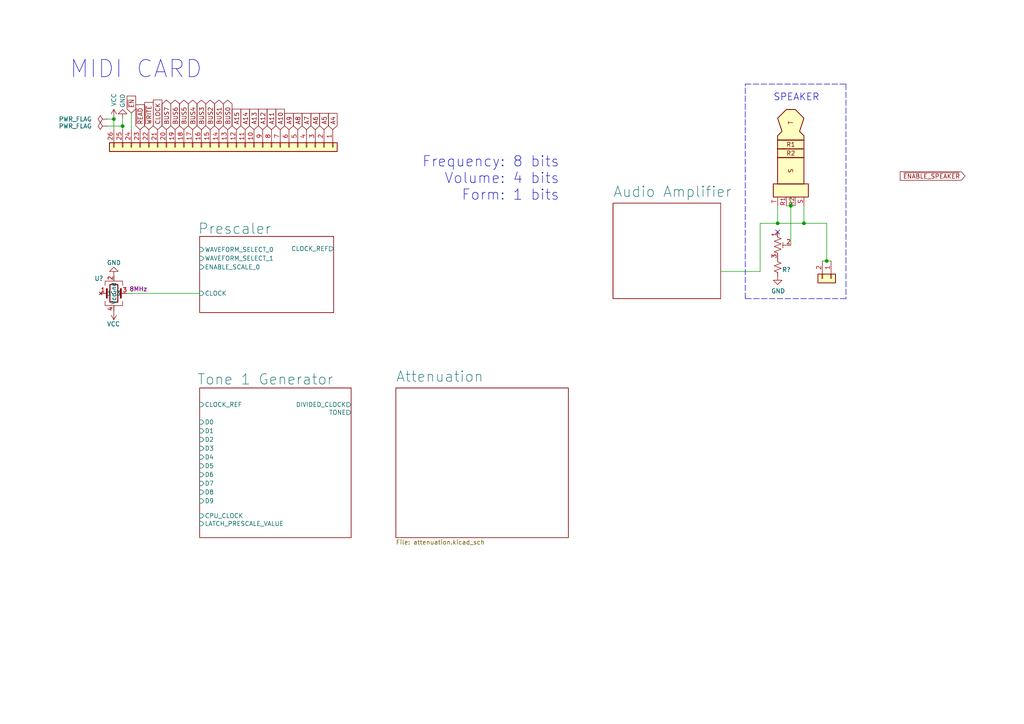
<source format=kicad_sch>
(kicad_sch (version 20211123) (generator eeschema)
  (paper "A4")
  (lib_symbols
    (symbol "Connector:AudioPlug4"
      (property "Reference" "J" (at 10.16 5.08 0))
      (property "Value" "AudioPlug4" (at 11.43 -7.62 0))
      (symbol "AudioPlug4_0_0"
        (text "R1" (at -2.54 -1.27 900) (effects (font (size 1.27 1.27))))
        (text "R2" (at 0 -1.27 900) (effects (font (size 1.27 1.27))))
        (text "S" (at 5.08 -1.27 0) (effects (font (size 1.27 1.27))))
        (text "T" (at -8.89 -1.27 0) (effects (font (size 1.27 1.27))))
      )
      (symbol "AudioPlug4_0_1"
        (rectangle (start -1.27 2.54) (end -3.81 -5.08) (stroke (width 0.254)) (fill (type background)))
        (polyline (pts (xy -3.81 2.54) (xy -5.08 2.54) (xy -6.35 1.27) (xy -10.16 2.54) (xy -12.7 0) (xy -12.7 -2.54) (xy -10.16 -5.08) (xy -6.35 -3.81) (xy -5.08 -5.08) (xy -3.81 -5.08) (xy -3.81 2.54)) (stroke (width 0.254)) (fill (type background)))
        (rectangle (start 1.27 2.54) (end -1.27 -5.08) (stroke (width 0.254)) (fill (type background)))
        (rectangle (start 1.27 2.54) (end 8.89 -5.08) (stroke (width 0.254)) (fill (type background)))
        (rectangle (start 12.7 3.81) (end 8.89 -6.35) (stroke (width 0.254)) (fill (type background)))
      )
      (symbol "AudioPlug4_1_1"
        (pin passive line (at 15.24 -2.54 180) (length 2.54) (name "~") (number "R1"))
        (pin passive line (at 15.24 0 180) (length 2.54) (name "~") (number "R2"))
        (pin passive line (at 15.24 2.54 180) (length 2.54) (name "~") (number "S"))
        (pin passive line (at 15.24 -5.08 180) (length 2.54) (name "~") (number "T"))
      )
    )
    (symbol "Connector_Generic:Conn_01x02" (pin_names (offset 1.016) hide)
      (property "Reference" "J" (at 0 2.54 0))
      (property "Value" "Conn_01x02" (at 0 -5.08 0))
      (symbol "Conn_01x02_1_1"
        (rectangle (start -1.27 -2.413) (end 0 -2.667) (stroke (width 0.1524)))
        (rectangle (start -1.27 0.127) (end 0 -0.127) (stroke (width 0.1524)))
        (rectangle (start -1.27 1.27) (end 1.27 -3.81) (stroke (width 0.254)) (fill (type background)))
        (pin passive line (at -5.08 0 0) (length 3.81) (name "Pin_1") (number "1"))
        (pin passive line (at -5.08 -2.54 0) (length 3.81) (name "Pin_2") (number "2"))
      )
    )
    (symbol "Connector_Generic:Conn_01x26" (pin_names (offset 1.016) hide)
      (property "Reference" "J" (at 0 33.02 0))
      (property "Value" "Conn_01x26" (at 0 -35.56 0))
      (symbol "Conn_01x26_1_1"
        (rectangle (start -1.27 -32.893) (end 0 -33.147) (stroke (width 0.1524)))
        (rectangle (start -1.27 -30.353) (end 0 -30.607) (stroke (width 0.1524)))
        (rectangle (start -1.27 -27.813) (end 0 -28.067) (stroke (width 0.1524)))
        (rectangle (start -1.27 -25.273) (end 0 -25.527) (stroke (width 0.1524)))
        (rectangle (start -1.27 -22.733) (end 0 -22.987) (stroke (width 0.1524)))
        (rectangle (start -1.27 -20.193) (end 0 -20.447) (stroke (width 0.1524)))
        (rectangle (start -1.27 -17.653) (end 0 -17.907) (stroke (width 0.1524)))
        (rectangle (start -1.27 -15.113) (end 0 -15.367) (stroke (width 0.1524)))
        (rectangle (start -1.27 -12.573) (end 0 -12.827) (stroke (width 0.1524)))
        (rectangle (start -1.27 -10.033) (end 0 -10.287) (stroke (width 0.1524)))
        (rectangle (start -1.27 -7.493) (end 0 -7.747) (stroke (width 0.1524)))
        (rectangle (start -1.27 -4.953) (end 0 -5.207) (stroke (width 0.1524)))
        (rectangle (start -1.27 -2.413) (end 0 -2.667) (stroke (width 0.1524)))
        (rectangle (start -1.27 0.127) (end 0 -0.127) (stroke (width 0.1524)))
        (rectangle (start -1.27 2.667) (end 0 2.413) (stroke (width 0.1524)))
        (rectangle (start -1.27 5.207) (end 0 4.953) (stroke (width 0.1524)))
        (rectangle (start -1.27 7.747) (end 0 7.493) (stroke (width 0.1524)))
        (rectangle (start -1.27 10.287) (end 0 10.033) (stroke (width 0.1524)))
        (rectangle (start -1.27 12.827) (end 0 12.573) (stroke (width 0.1524)))
        (rectangle (start -1.27 15.367) (end 0 15.113) (stroke (width 0.1524)))
        (rectangle (start -1.27 17.907) (end 0 17.653) (stroke (width 0.1524)))
        (rectangle (start -1.27 20.447) (end 0 20.193) (stroke (width 0.1524)))
        (rectangle (start -1.27 22.987) (end 0 22.733) (stroke (width 0.1524)))
        (rectangle (start -1.27 25.527) (end 0 25.273) (stroke (width 0.1524)))
        (rectangle (start -1.27 28.067) (end 0 27.813) (stroke (width 0.1524)))
        (rectangle (start -1.27 30.607) (end 0 30.353) (stroke (width 0.1524)))
        (rectangle (start -1.27 31.75) (end 1.27 -34.29) (stroke (width 0.254)) (fill (type background)))
        (pin passive line (at -5.08 30.48 0) (length 3.81) (name "Pin_1") (number "1"))
        (pin passive line (at -5.08 7.62 0) (length 3.81) (name "Pin_10") (number "10"))
        (pin passive line (at -5.08 5.08 0) (length 3.81) (name "Pin_11") (number "11"))
        (pin passive line (at -5.08 2.54 0) (length 3.81) (name "Pin_12") (number "12"))
        (pin passive line (at -5.08 0 0) (length 3.81) (name "Pin_13") (number "13"))
        (pin passive line (at -5.08 -2.54 0) (length 3.81) (name "Pin_14") (number "14"))
        (pin passive line (at -5.08 -5.08 0) (length 3.81) (name "Pin_15") (number "15"))
        (pin passive line (at -5.08 -7.62 0) (length 3.81) (name "Pin_16") (number "16"))
        (pin passive line (at -5.08 -10.16 0) (length 3.81) (name "Pin_17") (number "17"))
        (pin passive line (at -5.08 -12.7 0) (length 3.81) (name "Pin_18") (number "18"))
        (pin passive line (at -5.08 -15.24 0) (length 3.81) (name "Pin_19") (number "19"))
        (pin passive line (at -5.08 27.94 0) (length 3.81) (name "Pin_2") (number "2"))
        (pin passive line (at -5.08 -17.78 0) (length 3.81) (name "Pin_20") (number "20"))
        (pin passive line (at -5.08 -20.32 0) (length 3.81) (name "Pin_21") (number "21"))
        (pin passive line (at -5.08 -22.86 0) (length 3.81) (name "Pin_22") (number "22"))
        (pin passive line (at -5.08 -25.4 0) (length 3.81) (name "Pin_23") (number "23"))
        (pin passive line (at -5.08 -27.94 0) (length 3.81) (name "Pin_24") (number "24"))
        (pin passive line (at -5.08 -30.48 0) (length 3.81) (name "Pin_25") (number "25"))
        (pin passive line (at -5.08 -33.02 0) (length 3.81) (name "Pin_26") (number "26"))
        (pin passive line (at -5.08 25.4 0) (length 3.81) (name "Pin_3") (number "3"))
        (pin passive line (at -5.08 22.86 0) (length 3.81) (name "Pin_4") (number "4"))
        (pin passive line (at -5.08 20.32 0) (length 3.81) (name "Pin_5") (number "5"))
        (pin passive line (at -5.08 17.78 0) (length 3.81) (name "Pin_6") (number "6"))
        (pin passive line (at -5.08 15.24 0) (length 3.81) (name "Pin_7") (number "7"))
        (pin passive line (at -5.08 12.7 0) (length 3.81) (name "Pin_8") (number "8"))
        (pin passive line (at -5.08 10.16 0) (length 3.81) (name "Pin_9") (number "9"))
      )
    )
    (symbol "Device:R_POT_TRIM_US" (pin_names (offset 1.016) hide)
      (property "Reference" "RV" (at -4.445 0 90))
      (property "Value" "Device_R_POT_TRIM_US" (at -2.54 0 90))
      (symbol "R_POT_TRIM_US_0_1"
        (polyline (pts (xy 0 -2.286) (xy 0 -2.54)))
        (polyline (pts (xy 0 2.286) (xy 0 2.54)))
        (polyline (pts (xy 1.524 0.762) (xy 1.524 -0.762)))
        (polyline (pts (xy 2.54 0) (xy 1.524 0)))
        (polyline (pts (xy 0 -0.762) (xy 1.016 -1.143) (xy 0 -1.524) (xy -1.016 -1.905) (xy 0 -2.286)))
        (polyline (pts (xy 0 0.762) (xy 1.016 0.381) (xy 0 0) (xy -1.016 -0.381) (xy 0 -0.762)))
        (polyline (pts (xy 0 2.286) (xy 1.016 1.905) (xy 0 1.524) (xy -1.016 1.143) (xy 0 0.762)))
      )
      (symbol "R_POT_TRIM_US_1_1"
        (pin passive line (at 0 3.81 270) (length 1.27) (name "1") (number "1"))
        (pin passive line (at 3.81 0 180) (length 1.27) (name "2") (number "2"))
        (pin passive line (at 0 -3.81 90) (length 1.27) (name "3") (number "3"))
      )
    )
    (symbol "Device:R_Small_US" (pin_numbers hide) (pin_names (offset 0.254) hide)
      (property "Reference" "R" (at 0.762 0.508 0))
      (property "Value" "R_Small_US" (at 0.762 -1.016 0))
      (symbol "R_Small_US_1_1"
        (polyline (pts (xy 0 0) (xy 1.016 -0.381) (xy 0 -0.762) (xy -1.016 -1.143) (xy 0 -1.524)))
        (polyline (pts (xy 0 1.524) (xy 1.016 1.143) (xy 0 0.762) (xy -1.016 0.381) (xy 0 0)))
        (pin passive line (at 0 2.54 270) (length 1.016) (name "~") (number "1"))
        (pin passive line (at 0 -2.54 90) (length 1.016) (name "~") (number "2"))
      )
    )
    (symbol "Stephen:SMD_Crystal"
      (property "Reference" "U" (at 0 7.62 0))
      (property "Value" "SMD_Crystal" (at 0 5.08 0))
      (symbol "SMD_Crystal_0_1"
        (rectangle (start -1.143 -5.08) (end 1.143 -10.16) (stroke (width 0.3048)))
        (polyline (pts (xy -2.54 -7.62) (xy -2.032 -7.62)))
        (polyline (pts (xy -2.032 -8.89) (xy -2.032 -6.35)) (stroke (width 0.508)))
        (polyline (pts (xy 0 -11.43) (xy 0 -11.176)))
        (polyline (pts (xy 0 -4.064) (xy 0 -3.81)))
        (polyline (pts (xy 2.032 -8.89) (xy 2.032 -6.35)) (stroke (width 0.508)))
        (polyline (pts (xy 2.032 -7.62) (xy 2.54 -7.62)))
        (polyline (pts (xy -2.54 -9.906) (xy -2.54 -11.176) (xy 2.54 -11.176) (xy 2.54 -9.906)))
        (polyline (pts (xy -2.54 -5.334) (xy -2.54 -4.064) (xy 2.54 -4.064) (xy 2.54 -5.334)))
      )
      (symbol "SMD_Crystal_1_1"
        (pin no_connect line (at -3.81 -7.62 0) (length 1.27) (name "1") (number "1"))
        (pin power_in line (at 0 -2.54 270) (length 1.27) (name "Gnd") (number "2"))
        (pin passive line (at 3.81 -7.62 180) (length 1.27) (name "3") (number "3"))
        (pin power_in line (at 0 -12.7 90) (length 1.27) (name "Vcc") (number "4"))
      )
    )
    (symbol "power:GND" (power) (pin_names (offset 0))
      (property "Value" "GND" (at 0 -3.81 0))
      (symbol "GND_0_1"
        (polyline (pts (xy 0 0) (xy 0 -1.27) (xy 1.27 -1.27) (xy 0 -2.54) (xy -1.27 -1.27) (xy 0 -1.27)))
      )
      (symbol "GND_1_1"
        (pin power_in line (at 0 0 270) (length 0) hide (name "GND") (number "1"))
      )
    )
    (symbol "power:PWR_FLAG" (power) (pin_numbers hide) (pin_names (offset 0) hide)
      (property "Value" "PWR_FLAG" (at 0 3.81 0))
      (symbol "PWR_FLAG_0_0"
        (pin power_out line (at 0 0 90) (length 0) (name "pwr") (number "1"))
      )
      (symbol "PWR_FLAG_0_1"
        (polyline (pts (xy 0 0) (xy 0 1.27) (xy -1.016 1.905) (xy 0 2.54) (xy 1.016 1.905) (xy 0 1.27)))
      )
    )
    (symbol "power:VCC" (power) (pin_names (offset 0))
      (property "Value" "VCC" (at 0 3.81 0))
      (symbol "VCC_0_1"
        (polyline (pts (xy -0.762 1.27) (xy 0 2.54)))
        (polyline (pts (xy 0 0) (xy 0 2.54)))
        (polyline (pts (xy 0 2.54) (xy 0.762 1.27)))
      )
      (symbol "VCC_1_1"
        (pin power_in line (at 0 0 90) (length 0) hide (name "VCC") (number "1"))
      )
    )
  )
  (junction (at 35.56 36.576))
  (junction (at 33.02 34.544))
  (junction (at 225.552 64.77))
  (junction (at 229.362 59.69))
  (junction (at 239.776 75.692))
  (junction (at 233.172 64.77))
  (no_connect (at 225.552 67.31))
  (wire (pts (xy 33.02 37.592) (xy 33.02 34.544)))
  (wire (pts (xy 233.172 64.77) (xy 239.776 64.77)))
  (polyline (pts (xy 245.364 24.384) (xy 245.364 86.614)))
  (polyline (pts (xy 245.364 86.614) (xy 216.154 86.614)))
  (wire (pts (xy 228.092 59.69) (xy 229.362 59.69)))
  (wire (pts (xy 229.362 59.69) (xy 230.632 59.69)))
  (wire (pts (xy 30.988 34.544) (xy 33.02 34.544)))
  (wire (pts (xy 239.776 75.692) (xy 241.046 75.692)))
  (wire (pts (xy 33.02 34.544) (xy 33.02 34.29)))
  (wire (pts (xy 225.552 64.77) (xy 225.552 59.69)))
  (wire (pts (xy 220.472 64.77) (xy 225.552 64.77)))
  (wire (pts (xy 225.552 64.77) (xy 233.172 64.77)))
  (wire (pts (xy 209.042 78.74) (xy 220.472 78.74)))
  (wire (pts (xy 36.83 85.09) (xy 57.912 85.09)))
  (wire (pts (xy 238.506 75.692) (xy 239.776 75.692)))
  (polyline (pts (xy 216.154 86.614) (xy 216.154 24.384)))
  (wire (pts (xy 35.56 37.592) (xy 35.56 36.576)))
  (wire (pts (xy 229.362 71.12) (xy 229.362 59.69)))
  (wire (pts (xy 220.472 64.77) (xy 220.472 78.74)))
  (wire (pts (xy 239.776 64.77) (xy 239.776 75.692)))
  (polyline (pts (xy 216.154 24.384) (xy 245.364 24.384)))
  (wire (pts (xy 35.56 36.576) (xy 30.988 36.576)))
  (wire (pts (xy 35.56 36.576) (xy 35.56 34.29)))
  (wire (pts (xy 38.1 32.766) (xy 38.1 37.592)))
  (wire (pts (xy 229.362 57.15) (xy 229.362 59.69)))
  (wire (pts (xy 233.172 64.77) (xy 233.172 59.69)))
  (text "MIDI CARD" (at 20.066 23.114 0) (effects (font (size 5 5)) (justify left bottom)))
  (text "SPEAKER" (at 237.744 29.464 180) (effects (font (size 2.0066 2.0066)) (justify right bottom)))
  (text "Frequency: 8 bits\nVolume: 4 bits\nForm: 1 bits" (at 162.306 58.42 180) (effects (font (size 3 3)) (justify right bottom)))
  (global_label "A9" (shape input) (at 83.82 37.592 90) (property "Intersheet References" "${INTERSHEET_REFS}" (effects hide)))
  (global_label "A7" (shape input) (at 88.9 37.592 90) (property "Intersheet References" "${INTERSHEET_REFS}" (effects hide)))
  (global_label "~{WRITE}" (shape input) (at 43.18 37.592 90) (property "Intersheet References" "${INTERSHEET_REFS}" (effects hide)))
  (global_label "~{READ}" (shape input) (at 40.64 37.592 90) (property "Intersheet References" "${INTERSHEET_REFS}" (effects hide)))
  (global_label "BUS2" (shape tri_state) (at 60.96 37.592 90) (property "Intersheet References" "${INTERSHEET_REFS}" (effects hide)))
  (global_label "BUS3" (shape tri_state) (at 58.42 37.592 90) (property "Intersheet References" "${INTERSHEET_REFS}" (effects hide)))
  (global_label "CLOCK" (shape input) (at 45.72 37.592 90) (property "Intersheet References" "${INTERSHEET_REFS}" (effects hide)))
  (global_label "A8" (shape input) (at 86.36 37.592 90) (property "Intersheet References" "${INTERSHEET_REFS}" (effects hide)))
  (global_label "BUS1" (shape tri_state) (at 63.5 37.592 90) (property "Intersheet References" "${INTERSHEET_REFS}" (effects hide)))
  (global_label "A13" (shape input) (at 73.66 37.592 90) (property "Intersheet References" "${INTERSHEET_REFS}" (effects hide)))
  (global_label "BUS0" (shape tri_state) (at 66.04 37.592 90) (property "Intersheet References" "${INTERSHEET_REFS}" (effects hide)))
  (global_label "BUS5" (shape tri_state) (at 53.34 37.592 90) (property "Intersheet References" "${INTERSHEET_REFS}" (effects hide)))
  (global_label "A6" (shape input) (at 91.44 37.592 90) (property "Intersheet References" "${INTERSHEET_REFS}" (effects hide)))
  (global_label "A15" (shape input) (at 68.58 37.592 90) (property "Intersheet References" "${INTERSHEET_REFS}" (effects hide)))
  (global_label "BUS4" (shape tri_state) (at 55.88 37.592 90) (property "Intersheet References" "${INTERSHEET_REFS}" (effects hide)))
  (global_label "A12" (shape input) (at 76.2 37.592 90) (property "Intersheet References" "${INTERSHEET_REFS}" (effects hide)))
  (global_label "~{EN}" (shape input) (at 38.1 32.766 90) (property "Intersheet References" "${INTERSHEET_REFS}" (effects hide)))
  (global_label "A14" (shape input) (at 71.12 37.592 90) (property "Intersheet References" "${INTERSHEET_REFS}" (effects hide)))
  (global_label "BUS6" (shape tri_state) (at 50.8 37.592 90) (property "Intersheet References" "${INTERSHEET_REFS}" (effects hide)))
  (global_label "~{ENABLE_SPEAKER}" (shape input) (at 279.908 51.054 180) (property "Intersheet References" "${INTERSHEET_REFS}" (effects hide)))
  (global_label "A5" (shape input) (at 93.98 37.592 90) (property "Intersheet References" "${INTERSHEET_REFS}" (effects hide)))
  (global_label "A4" (shape input) (at 96.52 37.592 90) (property "Intersheet References" "${INTERSHEET_REFS}" (effects hide)))
  (global_label "BUS7" (shape tri_state) (at 48.26 37.592 90) (property "Intersheet References" "${INTERSHEET_REFS}" (effects hide)))
  (global_label "A11" (shape input) (at 78.74 37.592 90) (property "Intersheet References" "${INTERSHEET_REFS}" (effects hide)))
  (global_label "A10" (shape input) (at 81.28 37.592 90) (property "Intersheet References" "${INTERSHEET_REFS}" (effects hide)))
  (symbol (lib_id "power:VCC") (at 33.02 34.29 0) (unit 1)
    (property "Reference" "#PWR01" (effects hide))
    (property "Value" "VCC" (at 33.02 28.956 90))
  )
  (symbol (lib_id "Connector:AudioPlug4") (at 230.632 44.45 270) (unit 1)
    (property "Reference" "LS?" (effects hide))
    (property "Value" "Speaker" (effects hide))
    (property "Footprint" "Stephenv6:speaker-jack" (effects hide))
  )
  (symbol (lib_id "Device:R_POT_TRIM_US") (at 225.552 71.12 0) (unit 1)
    (property "Reference" "RV?" (effects hide))
    (property "Value" "R_POT_TRIM_US" (effects hide))
    (property "Footprint" "Potentiometer_THT:Potentiometer_Bourns_3386F_Vertical" (effects hide))
  )
  (symbol (lib_id "power:PWR_FLAG") (at 30.988 36.576 90) (mirror x) (unit 1)
    (property "Reference" "#FLG02" (effects hide))
    (property "Value" "PWR_FLAG" (at 26.67 36.5759 90) (effects (justify left)))
  )
  (symbol (lib_id "power:PWR_FLAG") (at 30.988 34.544 90) (mirror x) (unit 1)
    (property "Reference" "#FLG01" (effects hide))
    (property "Value" "PWR_FLAG" (at 26.67 34.5439 90) (effects (justify left)))
  )
  (symbol (lib_id "power:GND") (at 225.552 80.01 0) (unit 1)
    (property "Reference" "#PWR?" (effects hide))
    (property "Value" "GND" (at 225.679 84.4042 0))
  )
  (symbol (lib_id "power:GND") (at 33.02 80.01 180) (unit 1)
    (property "Reference" "#PWR?" (effects hide))
    (property "Value" "GND" (at 30.988 76.2 0) (effects (justify right)))
  )
  (symbol (lib_id "Connector_Generic:Conn_01x02") (at 241.046 80.772 270) (unit 1)
    (property "Reference" "J?" (effects hide))
    (property "Value" "Conn_01x02" (effects hide))
    (property "Footprint" "Connector_PinHeader_2.54mm:PinHeader_1x02_P2.54mm_Horizontal" (effects hide))
  )
  (symbol (lib_id "Stephen:SMD_Crystal") (at 33.02 77.47 0) (unit 1)
    (property "Reference" "U?" (at 28.702 80.772 0))
    (property "Value" "SMD_Crystal" (effects hide))
    (property "Footprint" "Stephenv6:CFPS-72 SMD Clock" (effects hide))
    (property "Field4" "8MHz" (at 40.132 83.82 0))
  )
  (symbol (lib_id "power:GND") (at 35.56 34.29 0) (mirror x) (unit 1)
    (property "Reference" "#PWR02" (effects hide))
    (property "Value" "GND" (at 35.56 29.21 90))
  )
  (symbol (lib_id "Device:R_Small_US") (at 225.552 77.47 0) (unit 1)
    (property "Reference" "R?" (at 226.822 78.232 0) (effects (justify left)))
    (property "Value" "R_Small_US" (effects hide))
    (property "Footprint" "Resistor_SMD:R_0805_2012Metric" (effects hide))
  )
  (symbol (lib_id "power:VCC") (at 33.02 90.17 180) (unit 1)
    (property "Reference" "#PWR?" (effects hide))
    (property "Value" "VCC" (at 30.988 93.98 0) (effects (justify right)))
  )
  (symbol (lib_id "Connector_Generic:Conn_01x26") (at 66.04 42.672 270) (unit 1)
    (property "Reference" "J1" (effects hide))
    (property "Value" "Conn_01x26" (effects hide))
    (property "Footprint" "Connector_PinHeader_2.54mm:PinHeader_1x26_P2.54mm_Horizontal" (effects hide))
  )
  (sheet (at 114.808 112.522) (size 50.038 43.434) (stroke (width 0.1524))
    (property "Sheet name" "Attenuation" (at 114.808 110.9454 0) (effects (font (size 3 3)) (justify left bottom)))
    (property "Sheet file" "attenuation.kicad_sch" (at 114.808 156.5406 0) (effects (justify left top)))
  )
  (sheet (at 57.912 112.522) (size 43.942 43.434) (stroke (width 0.1524))
    (property "Sheet name" "Tone 1 Generator" (at 57.15 111.76 0) (effects (font (size 3 3)) (justify left bottom)))
    (property "Sheet file" "divider.kicad_sch" (effects hide))
    (pin "D0" input (at 57.912 122.428 180))
    (pin "D1" input (at 57.912 124.968 180))
    (pin "D2" input (at 57.912 127.508 180))
    (pin "D3" input (at 57.912 130.048 180))
    (pin "D4" input (at 57.912 132.588 180))
    (pin "D5" input (at 57.912 135.128 180))
    (pin "D6" input (at 57.912 137.668 180))
    (pin "D7" input (at 57.912 140.208 180))
    (pin "LATCH_PRESCALE_VALUE" input (at 57.912 151.892 180))
    (pin "DIVIDED_CLOCK" output (at 101.854 117.348 0))
    (pin "CPU_CLOCK" input (at 57.912 149.606 180))
    (pin "CLOCK_REF" input (at 57.912 117.348 180))
    (pin "TONE" output (at 101.854 119.634 0))
    (pin "D8" input (at 57.912 142.748 180))
    (pin "D9" input (at 57.912 145.288 180))
  )
  (sheet (at 57.912 68.58) (size 38.862 22.098) (stroke (width 0.1524))
    (property "Sheet name" "Prescaler" (at 57.404 68.072 0) (effects (font (size 3 3)) (justify left bottom)))
    (property "Sheet file" "Prescaler.kicad_sch" (effects hide))
    (pin "WAVEFORM_SELECT_0" input (at 57.912 72.39 180))
    (pin "WAVEFORM_SELECT_1" input (at 57.912 74.93 180))
    (pin "ENABLE_SCALE_0" input (at 57.912 77.47 180))
    (pin "CLOCK" input (at 57.912 85.09 180))
    (pin "CLOCK_REF" output (at 96.774 72.136 0))
  )
  (sheet (at 177.8 58.928) (size 31.242 27.686) (stroke (width 0.1524))
    (property "Sheet name" "Audio Amplifier" (at 177.8 57.3514 0) (effects (font (size 3 3)) (justify left bottom)))
    (property "Sheet file" "amp.kicad_sch" (effects hide))
  )
)
</source>
